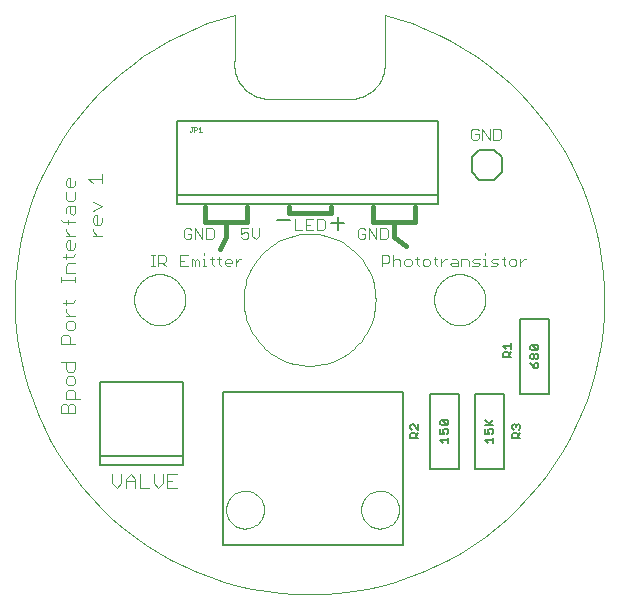
<source format=gto>
G75*
G70*
%OFA0B0*%
%FSLAX24Y24*%
%IPPOS*%
%LPD*%
%AMOC8*
5,1,8,0,0,1.08239X$1,22.5*
%
%ADD10C,0.0010*%
%ADD11C,0.0160*%
%ADD12C,0.0040*%
%ADD13C,0.0030*%
%ADD14C,0.0060*%
%ADD15C,0.0080*%
%ADD16C,0.0000*%
%ADD17C,0.0050*%
D10*
X004130Y011392D02*
X004132Y011450D01*
X004138Y011508D01*
X004148Y011565D01*
X004162Y011621D01*
X004179Y011677D01*
X004200Y011731D01*
X004225Y011783D01*
X004254Y011834D01*
X004286Y011882D01*
X004321Y011928D01*
X004359Y011972D01*
X004400Y012013D01*
X004444Y012051D01*
X004490Y012086D01*
X004538Y012118D01*
X004589Y012147D01*
X004641Y012172D01*
X004695Y012193D01*
X004751Y012210D01*
X004807Y012224D01*
X004864Y012234D01*
X004922Y012240D01*
X004980Y012242D01*
X005038Y012240D01*
X005096Y012234D01*
X005153Y012224D01*
X005209Y012210D01*
X005265Y012193D01*
X005319Y012172D01*
X005371Y012147D01*
X005422Y012118D01*
X005470Y012086D01*
X005516Y012051D01*
X005560Y012013D01*
X005601Y011972D01*
X005639Y011928D01*
X005674Y011882D01*
X005706Y011834D01*
X005735Y011783D01*
X005760Y011731D01*
X005781Y011677D01*
X005798Y011621D01*
X005812Y011565D01*
X005822Y011508D01*
X005828Y011450D01*
X005830Y011392D01*
X005828Y011334D01*
X005822Y011276D01*
X005812Y011219D01*
X005798Y011163D01*
X005781Y011107D01*
X005760Y011053D01*
X005735Y011001D01*
X005706Y010950D01*
X005674Y010902D01*
X005639Y010856D01*
X005601Y010812D01*
X005560Y010771D01*
X005516Y010733D01*
X005470Y010698D01*
X005422Y010666D01*
X005371Y010637D01*
X005319Y010612D01*
X005265Y010591D01*
X005209Y010574D01*
X005153Y010560D01*
X005096Y010550D01*
X005038Y010544D01*
X004980Y010542D01*
X004922Y010544D01*
X004864Y010550D01*
X004807Y010560D01*
X004751Y010574D01*
X004695Y010591D01*
X004641Y010612D01*
X004589Y010637D01*
X004538Y010666D01*
X004490Y010698D01*
X004444Y010733D01*
X004400Y010771D01*
X004359Y010812D01*
X004321Y010856D01*
X004286Y010902D01*
X004254Y010950D01*
X004225Y011001D01*
X004200Y011053D01*
X004179Y011107D01*
X004162Y011163D01*
X004148Y011219D01*
X004138Y011276D01*
X004132Y011334D01*
X004130Y011392D01*
X006010Y016997D02*
X006035Y016997D01*
X006060Y017022D01*
X006060Y017147D01*
X006035Y017147D02*
X006085Y017147D01*
X006132Y017147D02*
X006207Y017147D01*
X006232Y017122D01*
X006232Y017072D01*
X006207Y017047D01*
X006132Y017047D01*
X006132Y016997D02*
X006132Y017147D01*
X006280Y017097D02*
X006330Y017147D01*
X006330Y016997D01*
X006280Y016997D02*
X006380Y016997D01*
X006010Y016997D02*
X005985Y017022D01*
X007480Y019392D02*
X007480Y020892D01*
X007480Y019392D02*
X007473Y019327D01*
X007470Y019262D01*
X007471Y019197D01*
X007475Y019132D01*
X007483Y019068D01*
X007495Y019004D01*
X007510Y018940D01*
X007529Y018878D01*
X007551Y018817D01*
X007576Y018757D01*
X007605Y018699D01*
X007637Y018642D01*
X007672Y018587D01*
X007711Y018535D01*
X007752Y018484D01*
X007796Y018436D01*
X007842Y018391D01*
X007891Y018348D01*
X007942Y018308D01*
X007996Y018271D01*
X008051Y018237D01*
X008108Y018206D01*
X008167Y018178D01*
X008228Y018154D01*
X008289Y018133D01*
X008352Y018116D01*
X008416Y018102D01*
X008480Y018092D01*
X011480Y018092D01*
X011544Y018102D01*
X011608Y018116D01*
X011671Y018133D01*
X011732Y018154D01*
X011793Y018178D01*
X011852Y018206D01*
X011909Y018237D01*
X011964Y018271D01*
X012018Y018308D01*
X012069Y018348D01*
X012118Y018391D01*
X012164Y018436D01*
X012208Y018484D01*
X012249Y018535D01*
X012288Y018587D01*
X012323Y018642D01*
X012355Y018699D01*
X012384Y018757D01*
X012409Y018817D01*
X012431Y018878D01*
X012450Y018940D01*
X012465Y019004D01*
X012477Y019068D01*
X012485Y019132D01*
X012489Y019197D01*
X012490Y019262D01*
X012487Y019327D01*
X012480Y019392D01*
X012480Y020892D01*
X007780Y011392D02*
X007783Y011500D01*
X007791Y011608D01*
X007804Y011715D01*
X007822Y011821D01*
X007846Y011927D01*
X007875Y012031D01*
X007909Y012133D01*
X007947Y012234D01*
X007991Y012333D01*
X008040Y012429D01*
X008093Y012523D01*
X008151Y012614D01*
X008213Y012703D01*
X008279Y012788D01*
X008350Y012869D01*
X008424Y012948D01*
X008503Y013022D01*
X008584Y013093D01*
X008669Y013159D01*
X008758Y013221D01*
X008849Y013279D01*
X008943Y013332D01*
X009039Y013381D01*
X009138Y013425D01*
X009239Y013463D01*
X009341Y013497D01*
X009445Y013526D01*
X009551Y013550D01*
X009657Y013568D01*
X009764Y013581D01*
X009872Y013589D01*
X009980Y013592D01*
X010088Y013589D01*
X010196Y013581D01*
X010303Y013568D01*
X010409Y013550D01*
X010515Y013526D01*
X010619Y013497D01*
X010721Y013463D01*
X010822Y013425D01*
X010921Y013381D01*
X011017Y013332D01*
X011111Y013279D01*
X011202Y013221D01*
X011291Y013159D01*
X011376Y013093D01*
X011457Y013022D01*
X011536Y012948D01*
X011610Y012869D01*
X011681Y012788D01*
X011747Y012703D01*
X011809Y012614D01*
X011867Y012523D01*
X011920Y012429D01*
X011969Y012333D01*
X012013Y012234D01*
X012051Y012133D01*
X012085Y012031D01*
X012114Y011927D01*
X012138Y011821D01*
X012156Y011715D01*
X012169Y011608D01*
X012177Y011500D01*
X012180Y011392D01*
X012177Y011284D01*
X012169Y011176D01*
X012156Y011069D01*
X012138Y010963D01*
X012114Y010857D01*
X012085Y010753D01*
X012051Y010651D01*
X012013Y010550D01*
X011969Y010451D01*
X011920Y010355D01*
X011867Y010261D01*
X011809Y010170D01*
X011747Y010081D01*
X011681Y009996D01*
X011610Y009915D01*
X011536Y009836D01*
X011457Y009762D01*
X011376Y009691D01*
X011291Y009625D01*
X011202Y009563D01*
X011111Y009505D01*
X011017Y009452D01*
X010921Y009403D01*
X010822Y009359D01*
X010721Y009321D01*
X010619Y009287D01*
X010515Y009258D01*
X010409Y009234D01*
X010303Y009216D01*
X010196Y009203D01*
X010088Y009195D01*
X009980Y009192D01*
X009872Y009195D01*
X009764Y009203D01*
X009657Y009216D01*
X009551Y009234D01*
X009445Y009258D01*
X009341Y009287D01*
X009239Y009321D01*
X009138Y009359D01*
X009039Y009403D01*
X008943Y009452D01*
X008849Y009505D01*
X008758Y009563D01*
X008669Y009625D01*
X008584Y009691D01*
X008503Y009762D01*
X008424Y009836D01*
X008350Y009915D01*
X008279Y009996D01*
X008213Y010081D01*
X008151Y010170D01*
X008093Y010261D01*
X008040Y010355D01*
X007991Y010451D01*
X007947Y010550D01*
X007909Y010651D01*
X007875Y010753D01*
X007846Y010857D01*
X007822Y010963D01*
X007804Y011069D01*
X007791Y011176D01*
X007783Y011284D01*
X007780Y011392D01*
X007480Y020892D02*
X007019Y020758D01*
X006565Y020602D01*
X006119Y020424D01*
X005682Y020225D01*
X005256Y020004D01*
X004840Y019763D01*
X004437Y019502D01*
X004048Y019221D01*
X003672Y018922D01*
X003312Y018605D01*
X002967Y018270D01*
X002640Y017920D01*
X002329Y017553D01*
X002037Y017172D01*
X001764Y016777D01*
X001511Y016369D01*
X001278Y015949D01*
X001066Y015518D01*
X000875Y015078D01*
X000705Y014629D01*
X000558Y014171D01*
X000434Y013708D01*
X000332Y013238D01*
X000253Y012765D01*
X000198Y012288D01*
X000166Y011809D01*
X000157Y011329D01*
X000172Y010849D01*
X000210Y010370D01*
X000272Y009894D01*
X000357Y009421D01*
X000465Y008953D01*
X000595Y008491D01*
X000748Y008036D01*
X000923Y007589D01*
X001120Y007151D01*
X001337Y006723D01*
X001576Y006306D01*
X001835Y005902D01*
X002113Y005510D01*
X002409Y005133D01*
X002724Y004770D01*
X003057Y004424D01*
X003405Y004094D01*
X003770Y003781D01*
X004149Y003487D01*
X004542Y003211D01*
X004949Y002955D01*
X005367Y002720D01*
X005796Y002505D01*
X006236Y002311D01*
X006684Y002139D01*
X007140Y001989D01*
X007603Y001861D01*
X008071Y001756D01*
X008545Y001674D01*
X009021Y001616D01*
X009500Y001581D01*
X009980Y001569D01*
X010460Y001581D01*
X010939Y001616D01*
X011415Y001674D01*
X011889Y001756D01*
X012357Y001861D01*
X012820Y001989D01*
X013276Y002139D01*
X013724Y002311D01*
X014164Y002505D01*
X014593Y002720D01*
X015011Y002955D01*
X015418Y003211D01*
X015811Y003487D01*
X016190Y003781D01*
X016555Y004094D01*
X016903Y004424D01*
X017236Y004770D01*
X017551Y005133D01*
X017847Y005510D01*
X018125Y005902D01*
X018384Y006306D01*
X018623Y006723D01*
X018840Y007151D01*
X019037Y007589D01*
X019212Y008036D01*
X019365Y008491D01*
X019495Y008953D01*
X019603Y009421D01*
X019688Y009894D01*
X019750Y010370D01*
X019788Y010849D01*
X019803Y011329D01*
X019794Y011809D01*
X019762Y012288D01*
X019707Y012765D01*
X019628Y013238D01*
X019526Y013708D01*
X019402Y014171D01*
X019255Y014629D01*
X019085Y015078D01*
X018894Y015518D01*
X018682Y015949D01*
X018449Y016369D01*
X018196Y016777D01*
X017923Y017172D01*
X017631Y017553D01*
X017320Y017920D01*
X016993Y018270D01*
X016648Y018605D01*
X016288Y018922D01*
X015912Y019221D01*
X015523Y019502D01*
X015120Y019763D01*
X014704Y020004D01*
X014278Y020225D01*
X013841Y020424D01*
X013395Y020602D01*
X012941Y020758D01*
X012480Y020892D01*
X014130Y011392D02*
X014132Y011450D01*
X014138Y011508D01*
X014148Y011565D01*
X014162Y011621D01*
X014179Y011677D01*
X014200Y011731D01*
X014225Y011783D01*
X014254Y011834D01*
X014286Y011882D01*
X014321Y011928D01*
X014359Y011972D01*
X014400Y012013D01*
X014444Y012051D01*
X014490Y012086D01*
X014538Y012118D01*
X014589Y012147D01*
X014641Y012172D01*
X014695Y012193D01*
X014751Y012210D01*
X014807Y012224D01*
X014864Y012234D01*
X014922Y012240D01*
X014980Y012242D01*
X015038Y012240D01*
X015096Y012234D01*
X015153Y012224D01*
X015209Y012210D01*
X015265Y012193D01*
X015319Y012172D01*
X015371Y012147D01*
X015422Y012118D01*
X015470Y012086D01*
X015516Y012051D01*
X015560Y012013D01*
X015601Y011972D01*
X015639Y011928D01*
X015674Y011882D01*
X015706Y011834D01*
X015735Y011783D01*
X015760Y011731D01*
X015781Y011677D01*
X015798Y011621D01*
X015812Y011565D01*
X015822Y011508D01*
X015828Y011450D01*
X015830Y011392D01*
X015828Y011334D01*
X015822Y011276D01*
X015812Y011219D01*
X015798Y011163D01*
X015781Y011107D01*
X015760Y011053D01*
X015735Y011001D01*
X015706Y010950D01*
X015674Y010902D01*
X015639Y010856D01*
X015601Y010812D01*
X015560Y010771D01*
X015516Y010733D01*
X015470Y010698D01*
X015422Y010666D01*
X015371Y010637D01*
X015319Y010612D01*
X015265Y010591D01*
X015209Y010574D01*
X015153Y010560D01*
X015096Y010550D01*
X015038Y010544D01*
X014980Y010542D01*
X014922Y010544D01*
X014864Y010550D01*
X014807Y010560D01*
X014751Y010574D01*
X014695Y010591D01*
X014641Y010612D01*
X014589Y010637D01*
X014538Y010666D01*
X014490Y010698D01*
X014444Y010733D01*
X014400Y010771D01*
X014359Y010812D01*
X014321Y010856D01*
X014286Y010902D01*
X014254Y010950D01*
X014225Y011001D01*
X014200Y011053D01*
X014179Y011107D01*
X014162Y011163D01*
X014148Y011219D01*
X014138Y011276D01*
X014132Y011334D01*
X014130Y011392D01*
D11*
X013180Y013192D02*
X012780Y013492D01*
X012780Y013992D01*
X013480Y013992D01*
X013480Y014492D01*
X012780Y013992D02*
X012080Y013992D01*
X012080Y014492D01*
X010680Y014492D02*
X010680Y014292D01*
X009280Y014292D01*
X009280Y014492D01*
X007880Y014492D02*
X007880Y013992D01*
X006480Y013992D01*
X006480Y014492D01*
X007180Y013892D02*
X007180Y013492D01*
X006980Y013092D01*
D12*
X003400Y005265D02*
X003553Y005112D01*
X003707Y005265D01*
X003707Y005572D01*
X003860Y005419D02*
X004014Y005572D01*
X004167Y005419D01*
X004167Y005112D01*
X004321Y005112D02*
X004628Y005112D01*
X004781Y005265D02*
X004935Y005112D01*
X005088Y005265D01*
X005088Y005572D01*
X005242Y005572D02*
X005242Y005112D01*
X005548Y005112D01*
X005395Y005342D02*
X005242Y005342D01*
X005242Y005572D02*
X005548Y005572D01*
X004781Y005572D02*
X004781Y005265D01*
X004321Y005112D02*
X004321Y005572D01*
X004167Y005342D02*
X003860Y005342D01*
X003860Y005419D02*
X003860Y005112D01*
X003400Y005265D02*
X003400Y005572D01*
X002160Y007612D02*
X001700Y007612D01*
X001700Y007842D01*
X001776Y007919D01*
X001853Y007919D01*
X001930Y007842D01*
X001930Y007612D01*
X002160Y007612D02*
X002160Y007842D01*
X002083Y007919D01*
X002007Y007919D01*
X001930Y007842D01*
X001853Y008072D02*
X001853Y008303D01*
X001930Y008379D01*
X002083Y008379D01*
X002160Y008303D01*
X002160Y008072D01*
X002313Y008072D02*
X001853Y008072D01*
X001930Y008533D02*
X002083Y008533D01*
X002160Y008609D01*
X002160Y008763D01*
X002083Y008840D01*
X001930Y008840D01*
X001853Y008763D01*
X001853Y008609D01*
X001930Y008533D01*
X001930Y008993D02*
X001853Y009070D01*
X001853Y009300D01*
X001700Y009300D02*
X002160Y009300D01*
X002160Y009070D01*
X002083Y008993D01*
X001930Y008993D01*
X002007Y009914D02*
X002007Y010144D01*
X001930Y010221D01*
X001776Y010221D01*
X001700Y010144D01*
X001700Y009914D01*
X002160Y009914D01*
X002083Y010374D02*
X001930Y010374D01*
X001853Y010451D01*
X001853Y010605D01*
X001930Y010681D01*
X002083Y010681D01*
X002160Y010605D01*
X002160Y010451D01*
X002083Y010374D01*
X002007Y010835D02*
X001853Y010988D01*
X001853Y011065D01*
X001853Y011218D02*
X001853Y011372D01*
X001776Y011295D02*
X002083Y011295D01*
X002160Y011372D01*
X002160Y010835D02*
X001853Y010835D01*
X001700Y011986D02*
X001700Y012139D01*
X001700Y012062D02*
X002160Y012062D01*
X002160Y011986D02*
X002160Y012139D01*
X002160Y012293D02*
X001853Y012293D01*
X001853Y012523D01*
X001930Y012600D01*
X002160Y012600D01*
X002083Y012830D02*
X002160Y012906D01*
X002083Y012830D02*
X001776Y012830D01*
X001853Y012753D02*
X001853Y012906D01*
X001930Y013060D02*
X001853Y013137D01*
X001853Y013290D01*
X001930Y013367D01*
X002007Y013367D01*
X002007Y013060D01*
X002083Y013060D02*
X001930Y013060D01*
X002083Y013060D02*
X002160Y013137D01*
X002160Y013290D01*
X002160Y013520D02*
X001853Y013520D01*
X002007Y013520D02*
X001853Y013674D01*
X001853Y013751D01*
X001930Y013904D02*
X001930Y014057D01*
X001776Y013981D02*
X001700Y014057D01*
X001776Y013981D02*
X002160Y013981D01*
X002083Y014211D02*
X002007Y014288D01*
X002007Y014518D01*
X001930Y014518D02*
X002160Y014518D01*
X002160Y014288D01*
X002083Y014211D01*
X001853Y014288D02*
X001853Y014441D01*
X001930Y014518D01*
X001930Y014671D02*
X002083Y014671D01*
X002160Y014748D01*
X002160Y014978D01*
X002083Y015132D02*
X001930Y015132D01*
X001853Y015208D01*
X001853Y015362D01*
X001930Y015439D01*
X002007Y015439D01*
X002007Y015132D01*
X002083Y015132D02*
X002160Y015208D01*
X002160Y015362D01*
X001853Y014978D02*
X001853Y014748D01*
X001930Y014671D01*
X002753Y014663D02*
X003060Y014509D01*
X002753Y014356D01*
X002830Y014203D02*
X002753Y014126D01*
X002753Y013972D01*
X002830Y013896D01*
X002983Y013896D01*
X003060Y013972D01*
X003060Y014126D01*
X002907Y014203D02*
X002907Y013896D01*
X002753Y013742D02*
X002753Y013665D01*
X002907Y013512D01*
X003060Y013512D02*
X002753Y013512D01*
X002830Y014203D02*
X002907Y014203D01*
X003060Y015277D02*
X003060Y015584D01*
X003060Y015430D02*
X002600Y015430D01*
X002753Y015277D01*
D13*
X004695Y012877D02*
X004818Y012877D01*
X004757Y012877D02*
X004757Y012507D01*
X004818Y012507D02*
X004695Y012507D01*
X004941Y012507D02*
X004941Y012877D01*
X005126Y012877D01*
X005187Y012816D01*
X005187Y012692D01*
X005126Y012630D01*
X004941Y012630D01*
X005064Y012630D02*
X005187Y012507D01*
X005677Y012507D02*
X005924Y012507D01*
X006045Y012507D02*
X006045Y012754D01*
X006107Y012754D01*
X006169Y012692D01*
X006231Y012754D01*
X006292Y012692D01*
X006292Y012507D01*
X006414Y012507D02*
X006537Y012507D01*
X006476Y012507D02*
X006476Y012754D01*
X006414Y012754D01*
X006476Y012877D02*
X006476Y012939D01*
X006659Y012754D02*
X006783Y012754D01*
X006721Y012816D02*
X006721Y012569D01*
X006783Y012507D01*
X006967Y012569D02*
X006967Y012816D01*
X007028Y012754D02*
X006905Y012754D01*
X006967Y012569D02*
X007028Y012507D01*
X007150Y012569D02*
X007150Y012692D01*
X007212Y012754D01*
X007336Y012754D01*
X007397Y012692D01*
X007397Y012630D01*
X007150Y012630D01*
X007150Y012569D02*
X007212Y012507D01*
X007336Y012507D01*
X007519Y012507D02*
X007519Y012754D01*
X007642Y012754D02*
X007519Y012630D01*
X007642Y012754D02*
X007704Y012754D01*
X007757Y013407D02*
X007695Y013469D01*
X007757Y013407D02*
X007880Y013407D01*
X007942Y013469D01*
X007942Y013592D01*
X007880Y013654D01*
X007818Y013654D01*
X007695Y013592D01*
X007695Y013777D01*
X007942Y013777D01*
X008063Y013777D02*
X008063Y013530D01*
X008187Y013407D01*
X008310Y013530D01*
X008310Y013777D01*
X009495Y013707D02*
X009742Y013707D01*
X009863Y013707D02*
X009863Y014077D01*
X010110Y014077D01*
X010232Y014077D02*
X010232Y013707D01*
X010417Y013707D01*
X010479Y013769D01*
X010479Y014016D01*
X010417Y014077D01*
X010232Y014077D01*
X010110Y013707D02*
X009863Y013707D01*
X009863Y013892D02*
X009987Y013892D01*
X009495Y014077D02*
X009495Y013707D01*
X011595Y013716D02*
X011595Y013469D01*
X011657Y013407D01*
X011780Y013407D01*
X011842Y013469D01*
X011842Y013592D01*
X011718Y013592D01*
X011595Y013716D02*
X011657Y013777D01*
X011780Y013777D01*
X011842Y013716D01*
X011963Y013777D02*
X012210Y013407D01*
X012210Y013777D01*
X012332Y013777D02*
X012517Y013777D01*
X012579Y013716D01*
X012579Y013469D01*
X012517Y013407D01*
X012332Y013407D01*
X012332Y013777D01*
X011963Y013777D02*
X011963Y013407D01*
X012395Y012877D02*
X012580Y012877D01*
X012642Y012816D01*
X012642Y012692D01*
X012580Y012630D01*
X012395Y012630D01*
X012395Y012507D02*
X012395Y012877D01*
X012763Y012877D02*
X012763Y012507D01*
X012763Y012692D02*
X012825Y012754D01*
X012948Y012754D01*
X013010Y012692D01*
X013010Y012507D01*
X013132Y012569D02*
X013132Y012692D01*
X013193Y012754D01*
X013317Y012754D01*
X013379Y012692D01*
X013379Y012569D01*
X013317Y012507D01*
X013193Y012507D01*
X013132Y012569D01*
X013500Y012754D02*
X013623Y012754D01*
X013562Y012816D02*
X013562Y012569D01*
X013623Y012507D01*
X013745Y012569D02*
X013745Y012692D01*
X013807Y012754D01*
X013931Y012754D01*
X013992Y012692D01*
X013992Y012569D01*
X013931Y012507D01*
X013807Y012507D01*
X013745Y012569D01*
X014114Y012754D02*
X014237Y012754D01*
X014176Y012816D02*
X014176Y012569D01*
X014237Y012507D01*
X014359Y012507D02*
X014359Y012754D01*
X014359Y012630D02*
X014483Y012754D01*
X014545Y012754D01*
X014728Y012754D02*
X014851Y012754D01*
X014913Y012692D01*
X014913Y012507D01*
X014728Y012507D01*
X014666Y012569D01*
X014728Y012630D01*
X014913Y012630D01*
X015035Y012507D02*
X015035Y012754D01*
X015220Y012754D01*
X015281Y012692D01*
X015281Y012507D01*
X015403Y012507D02*
X015588Y012507D01*
X015650Y012569D01*
X015588Y012630D01*
X015465Y012630D01*
X015403Y012692D01*
X015465Y012754D01*
X015650Y012754D01*
X015771Y012754D02*
X015833Y012754D01*
X015833Y012507D01*
X015771Y012507D02*
X015895Y012507D01*
X016017Y012507D02*
X016202Y012507D01*
X016264Y012569D01*
X016202Y012630D01*
X016078Y012630D01*
X016017Y012692D01*
X016078Y012754D01*
X016264Y012754D01*
X016385Y012754D02*
X016509Y012754D01*
X016447Y012816D02*
X016447Y012569D01*
X016509Y012507D01*
X016631Y012569D02*
X016692Y012507D01*
X016816Y012507D01*
X016877Y012569D01*
X016877Y012692D01*
X016816Y012754D01*
X016692Y012754D01*
X016631Y012692D01*
X016631Y012569D01*
X016999Y012630D02*
X017122Y012754D01*
X017184Y012754D01*
X016999Y012754D02*
X016999Y012507D01*
X015833Y012877D02*
X015833Y012939D01*
X015733Y016727D02*
X015733Y017097D01*
X015980Y016727D01*
X015980Y017097D01*
X016102Y017097D02*
X016287Y017097D01*
X016349Y017036D01*
X016349Y016789D01*
X016287Y016727D01*
X016102Y016727D01*
X016102Y017097D01*
X015612Y017036D02*
X015550Y017097D01*
X015427Y017097D01*
X015365Y017036D01*
X015365Y016789D01*
X015427Y016727D01*
X015550Y016727D01*
X015612Y016789D01*
X015612Y016912D01*
X015488Y016912D01*
X006779Y013716D02*
X006779Y013469D01*
X006717Y013407D01*
X006532Y013407D01*
X006532Y013777D01*
X006717Y013777D01*
X006779Y013716D01*
X006410Y013777D02*
X006410Y013407D01*
X006163Y013777D01*
X006163Y013407D01*
X006042Y013469D02*
X006042Y013592D01*
X005918Y013592D01*
X005795Y013469D02*
X005857Y013407D01*
X005980Y013407D01*
X006042Y013469D01*
X006042Y013716D02*
X005980Y013777D01*
X005857Y013777D01*
X005795Y013716D01*
X005795Y013469D01*
X005677Y012877D02*
X005677Y012507D01*
X005677Y012692D02*
X005801Y012692D01*
X005924Y012877D02*
X005677Y012877D01*
X006169Y012692D02*
X006169Y012507D01*
D14*
X008910Y014042D02*
X009337Y014042D01*
X010710Y013942D02*
X011137Y013942D01*
X010924Y014156D02*
X010924Y013729D01*
D15*
X014260Y014575D02*
X005574Y014575D01*
X005574Y014890D01*
X014260Y014890D01*
X014260Y014575D01*
X014260Y014890D02*
X014260Y017331D01*
X005574Y017331D01*
X005574Y014890D01*
X005747Y008631D02*
X002991Y008631D01*
X002991Y006190D01*
X005747Y006190D01*
X005747Y005875D01*
X002991Y005875D01*
X002991Y006190D01*
X005747Y006190D02*
X005747Y008631D01*
X007080Y008329D02*
X007080Y003211D01*
X013080Y003211D01*
X013080Y008329D01*
X007080Y008329D01*
X014008Y008232D02*
X014008Y005752D01*
X014952Y005752D01*
X014952Y008232D01*
X014008Y008232D01*
X015508Y008232D02*
X016452Y008232D01*
X016452Y005752D01*
X015508Y005752D01*
X015508Y008232D01*
X017008Y008252D02*
X017008Y010732D01*
X017952Y010732D01*
X017952Y008252D01*
X017008Y008252D01*
X016130Y015392D02*
X015630Y015392D01*
X015380Y015642D01*
X015380Y016142D01*
X015630Y016392D01*
X016130Y016392D01*
X016380Y016142D01*
X016380Y015642D01*
X016130Y015392D01*
D16*
X011700Y004392D02*
X011702Y004442D01*
X011708Y004492D01*
X011718Y004541D01*
X011732Y004589D01*
X011749Y004636D01*
X011770Y004681D01*
X011795Y004725D01*
X011823Y004766D01*
X011855Y004805D01*
X011889Y004842D01*
X011926Y004876D01*
X011966Y004906D01*
X012008Y004933D01*
X012052Y004957D01*
X012098Y004978D01*
X012145Y004994D01*
X012193Y005007D01*
X012243Y005016D01*
X012292Y005021D01*
X012343Y005022D01*
X012393Y005019D01*
X012442Y005012D01*
X012491Y005001D01*
X012539Y004986D01*
X012585Y004968D01*
X012630Y004946D01*
X012673Y004920D01*
X012714Y004891D01*
X012753Y004859D01*
X012789Y004824D01*
X012821Y004786D01*
X012851Y004746D01*
X012878Y004703D01*
X012901Y004659D01*
X012920Y004613D01*
X012936Y004565D01*
X012948Y004516D01*
X012956Y004467D01*
X012960Y004417D01*
X012960Y004367D01*
X012956Y004317D01*
X012948Y004268D01*
X012936Y004219D01*
X012920Y004171D01*
X012901Y004125D01*
X012878Y004081D01*
X012851Y004038D01*
X012821Y003998D01*
X012789Y003960D01*
X012753Y003925D01*
X012714Y003893D01*
X012673Y003864D01*
X012630Y003838D01*
X012585Y003816D01*
X012539Y003798D01*
X012491Y003783D01*
X012442Y003772D01*
X012393Y003765D01*
X012343Y003762D01*
X012292Y003763D01*
X012243Y003768D01*
X012193Y003777D01*
X012145Y003790D01*
X012098Y003806D01*
X012052Y003827D01*
X012008Y003851D01*
X011966Y003878D01*
X011926Y003908D01*
X011889Y003942D01*
X011855Y003979D01*
X011823Y004018D01*
X011795Y004059D01*
X011770Y004103D01*
X011749Y004148D01*
X011732Y004195D01*
X011718Y004243D01*
X011708Y004292D01*
X011702Y004342D01*
X011700Y004392D01*
X007200Y004392D02*
X007202Y004442D01*
X007208Y004492D01*
X007218Y004541D01*
X007232Y004589D01*
X007249Y004636D01*
X007270Y004681D01*
X007295Y004725D01*
X007323Y004766D01*
X007355Y004805D01*
X007389Y004842D01*
X007426Y004876D01*
X007466Y004906D01*
X007508Y004933D01*
X007552Y004957D01*
X007598Y004978D01*
X007645Y004994D01*
X007693Y005007D01*
X007743Y005016D01*
X007792Y005021D01*
X007843Y005022D01*
X007893Y005019D01*
X007942Y005012D01*
X007991Y005001D01*
X008039Y004986D01*
X008085Y004968D01*
X008130Y004946D01*
X008173Y004920D01*
X008214Y004891D01*
X008253Y004859D01*
X008289Y004824D01*
X008321Y004786D01*
X008351Y004746D01*
X008378Y004703D01*
X008401Y004659D01*
X008420Y004613D01*
X008436Y004565D01*
X008448Y004516D01*
X008456Y004467D01*
X008460Y004417D01*
X008460Y004367D01*
X008456Y004317D01*
X008448Y004268D01*
X008436Y004219D01*
X008420Y004171D01*
X008401Y004125D01*
X008378Y004081D01*
X008351Y004038D01*
X008321Y003998D01*
X008289Y003960D01*
X008253Y003925D01*
X008214Y003893D01*
X008173Y003864D01*
X008130Y003838D01*
X008085Y003816D01*
X008039Y003798D01*
X007991Y003783D01*
X007942Y003772D01*
X007893Y003765D01*
X007843Y003762D01*
X007792Y003763D01*
X007743Y003768D01*
X007693Y003777D01*
X007645Y003790D01*
X007598Y003806D01*
X007552Y003827D01*
X007508Y003851D01*
X007466Y003878D01*
X007426Y003908D01*
X007389Y003942D01*
X007355Y003979D01*
X007323Y004018D01*
X007295Y004059D01*
X007270Y004103D01*
X007249Y004148D01*
X007232Y004195D01*
X007218Y004243D01*
X007208Y004292D01*
X007202Y004342D01*
X007200Y004392D01*
D17*
X013335Y006767D02*
X013335Y006902D01*
X013380Y006947D01*
X013470Y006947D01*
X013515Y006902D01*
X013515Y006767D01*
X013605Y006767D02*
X013335Y006767D01*
X013515Y006857D02*
X013605Y006947D01*
X013605Y007062D02*
X013425Y007242D01*
X013380Y007242D01*
X013335Y007197D01*
X013335Y007107D01*
X013380Y007062D01*
X013605Y007062D02*
X013605Y007242D01*
X014335Y007251D02*
X014335Y007341D01*
X014380Y007386D01*
X014560Y007206D01*
X014605Y007251D01*
X014605Y007341D01*
X014560Y007386D01*
X014380Y007386D01*
X014335Y007251D02*
X014380Y007206D01*
X014560Y007206D01*
X014560Y007092D02*
X014605Y007047D01*
X014605Y006957D01*
X014560Y006912D01*
X014470Y006912D02*
X014425Y007002D01*
X014425Y007047D01*
X014470Y007092D01*
X014560Y007092D01*
X014470Y006912D02*
X014335Y006912D01*
X014335Y007092D01*
X014605Y006797D02*
X014605Y006617D01*
X014605Y006707D02*
X014335Y006707D01*
X014425Y006617D01*
X015835Y006707D02*
X016105Y006707D01*
X016105Y006617D02*
X016105Y006797D01*
X016060Y006912D02*
X016105Y006957D01*
X016105Y007047D01*
X016060Y007092D01*
X015970Y007092D01*
X015925Y007047D01*
X015925Y007002D01*
X015970Y006912D01*
X015835Y006912D01*
X015835Y007092D01*
X015835Y007206D02*
X016105Y007206D01*
X016015Y007206D02*
X015835Y007386D01*
X015970Y007251D02*
X016105Y007386D01*
X016735Y007197D02*
X016735Y007107D01*
X016780Y007062D01*
X016780Y006947D02*
X016870Y006947D01*
X016915Y006902D01*
X016915Y006767D01*
X017005Y006767D02*
X016735Y006767D01*
X016735Y006902D01*
X016780Y006947D01*
X016915Y006857D02*
X017005Y006947D01*
X016960Y007062D02*
X017005Y007107D01*
X017005Y007197D01*
X016960Y007242D01*
X016915Y007242D01*
X016870Y007197D01*
X016870Y007152D01*
X016870Y007197D02*
X016825Y007242D01*
X016780Y007242D01*
X016735Y007197D01*
X015925Y006617D02*
X015835Y006707D01*
X017470Y009117D02*
X017380Y009207D01*
X017335Y009297D01*
X017380Y009412D02*
X017425Y009412D01*
X017470Y009457D01*
X017470Y009547D01*
X017515Y009592D01*
X017560Y009592D01*
X017605Y009547D01*
X017605Y009457D01*
X017560Y009412D01*
X017515Y009412D01*
X017470Y009457D01*
X017470Y009547D02*
X017425Y009592D01*
X017380Y009592D01*
X017335Y009547D01*
X017335Y009457D01*
X017380Y009412D01*
X017515Y009297D02*
X017470Y009252D01*
X017470Y009117D01*
X017560Y009117D01*
X017605Y009162D01*
X017605Y009252D01*
X017560Y009297D01*
X017515Y009297D01*
X017560Y009706D02*
X017380Y009886D01*
X017560Y009886D01*
X017605Y009841D01*
X017605Y009751D01*
X017560Y009706D01*
X017380Y009706D01*
X017335Y009751D01*
X017335Y009841D01*
X017380Y009886D01*
X016705Y009852D02*
X016435Y009852D01*
X016525Y009762D01*
X016570Y009647D02*
X016615Y009602D01*
X016615Y009467D01*
X016705Y009467D02*
X016435Y009467D01*
X016435Y009602D01*
X016480Y009647D01*
X016570Y009647D01*
X016615Y009557D02*
X016705Y009647D01*
X016705Y009762D02*
X016705Y009942D01*
M02*

</source>
